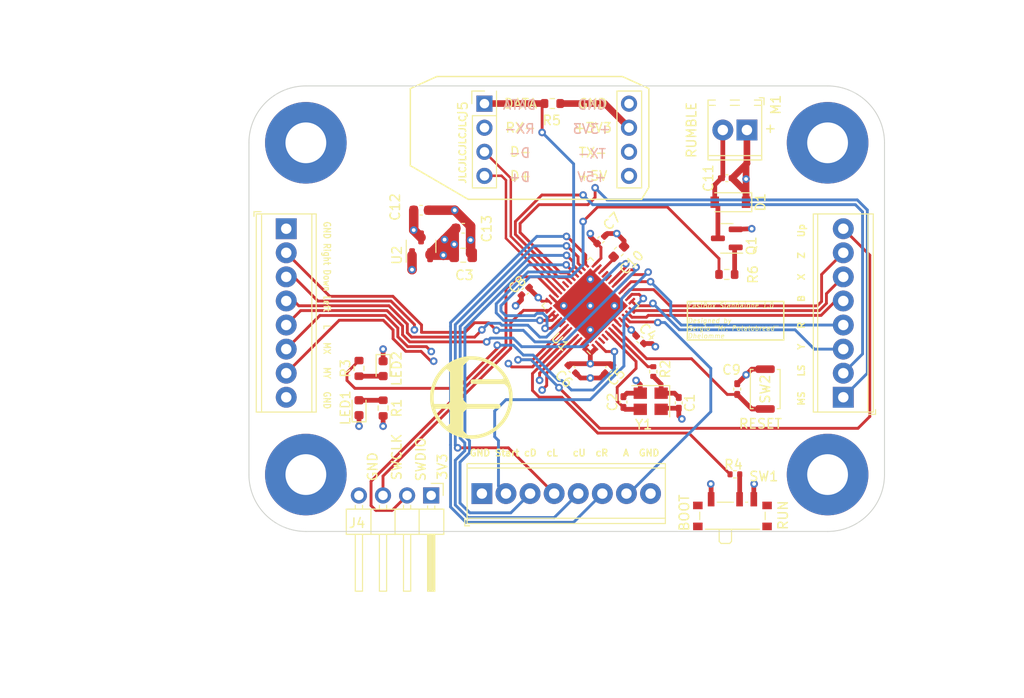
<source format=kicad_pcb>
(kicad_pcb (version 20211014) (generator pcbnew)
  (layers (0 "F.Cu" signal) (1 "In1.Cu" power) (2 "In2.Cu" power) (31 "B.Cu" signal) (34 "B.Paste" user) (35 "F.Paste" user) (36 "B.SilkS" user "B.Silkscreen") (37 "F.SilkS" user "F.Silkscreen") (38 "B.Mask" user) (39 "F.Mask" user) (44 "Edge.Cuts" user))
  (net 0 "")
  (net 1 "Net-(C1-Pad1)")
  (net 2 "GND")
  (net 3 "/OSC_IN")
  (net 4 "+3V3")
  (net 5 "/NRST")
  (net 6 "/VCAP1")
  (net 7 "+5V")
  (net 8 "Net-(C11-Pad2)")
  (net 9 "/SWDIO")
  (net 10 "/SWCLK")
  (net 11 "/RUMBLE")
  (net 12 "/LED")
  (net 13 "/PB2")
  (net 14 "/PB5")
  (net 15 "/PB10")
  (net 16 "/PC15")
  (net 17 "/D-")
  (net 18 "/D+")
  (net 19 "/BOOT0")
  (net 20 "/MY")
  (net 21 "/MX")
  (net 22 "/Right")
  (net 23 "/C-Down")
  (net 24 "/Down")
  (net 25 "/C-Left")
  (net 26 "/Left")
  (net 27 "/C-Right")
  (net 28 "/Up")
  (net 29 "/C-Up")
  (net 30 "/MS")
  (net 31 "/START")
  (net 32 "/LS")
  (net 33 "/Y")
  (net 34 "/Z")
  (net 35 "/X")
  (net 36 "/R")
  (net 37 "/B")
  (net 38 "/L")
  (net 39 "/A")
  (net 40 "Net-(LED1-Pad2)")
  (net 41 "Net-(LED2-Pad2)")
  (net 42 "Net-(Q1-Pad1)")
  (net 43 "/OSC_OUT")
  (net 44 "/DATA")
  (net 45 "/PC14")
  (net 46 "/PA10")
  (net 47 "Net-(R4-Pad1)")
  (net 48 "/RX-")
  (net 49 "/TX+")
  (footprint "Capacitor_SMD:C_0402_1005Metric_Pad0.74x0.62mm_HandSolder" (layer "F.Cu") (at 155.595283 116.438717 -135)
    (fp_text reference "C5")
    (fp_text value "100n")
  )
  (footprint "Resistor_SMD:R_0402_1005Metric" (layer "F.Cu") (at 160.3105 116.667 -90)
    (fp_text reference "R2")
    (fp_text value "47")
  )
  (footprint "Package_TO_SOT_SMD:SOT-23" (layer "F.Cu") (at 168.060001 102.616 180)
    (fp_text reference "Q1")
    (fp_text value "SS8050")
  )
  (footprint "Package_DFN_QFN:QFN-48-1EP_7x7mm_P0.5mm_EP5.6x5.6mm" (layer "F.Cu") (at 153.67 109.728 135)
    (fp_text reference "U1")
    (fp_text value "STM32F411CEU6")
  )
  (footprint "Capacitor_SMD:C_0402_1005Metric_Pad0.74x0.62mm_HandSolder" (layer "F.Cu") (at 169.1584 118.5154 90)
    (fp_text reference "C9")
    (fp_text value "100n")
  )
  (footprint "Capacitor_SMD:C_0402_1005Metric_Pad0.74x0.62mm_HandSolder" (layer "F.Cu") (at 146.812 108.204 -135)
    (fp_text reference "C8")
    (fp_text value "100n")
  )
  (footprint "Capacitor_SMD:C_0603_1608Metric" (layer "F.Cu") (at 156.677992 104.013 45)
    (fp_text reference "C10")
    (fp_text value "2u2 (low ESR)")
  )
  (footprint "LOGO" (layer "F.Cu") (at 141.1224 119.4308)
    (fp_text reference "G***" hide)
    (fp_text value "LOGO" hide)
  )
  (footprint "MountingHole:MountingHole_4.3mm_M4_Pad" (layer "F.Cu") (at 123.684001 92.535999)
    (fp_text reference locked "H1" hide)
    (fp_text value "Hole")
  )
  (footprint "Button_Switch_SMD:SW_Push_SPST_NO_Alps_SKRK" (layer "F.Cu") (at 172.1104 118.5164 90)
    (fp_text reference "SW2")
    (fp_text value "TS-1088-AR02016")
  )
  (footprint "Connector_PinHeader_2.54mm:PinHeader_1x04_P2.54mm_Horizontal" (layer "F.Cu") (at 136.896 129.737 -90)
    (fp_text reference "J4")
    (fp_text value "SERIAL")
  )
  (footprint "Capacitor_SMD:C_0402_1005Metric_Pad0.74x0.62mm_HandSolder" (layer "F.Cu") (at 157.164375 119.88337 90)
    (fp_text reference "C2")
    (fp_text value "12p")
  )
  (footprint "Resistor_SMD:R_0603_1608Metric" (layer "F.Cu") (at 129.286 116.332 90)
    (fp_text reference "R3")
    (fp_text value "1k")
  )
  (footprint "Resistor_SMD:R_0603_1608Metric" (layer "F.Cu") (at 149.669 88.392 180)
    (fp_text reference "R5")
    (fp_text value "220")
  )
  (footprint "Capacitor_SMD:C_0402_1005Metric_Pad0.74x0.62mm_HandSolder" (layer "F.Cu") (at 162.998 119.971 -90)
    (fp_text reference "C1")
    (fp_text value "12p")
  )
  (footprint "TerminalBlock_Phoenix:TerminalBlock_Phoenix_MPT-0,5-8-2.54_1x08_P2.54mm_Horizontal" (layer "F.Cu") (at 142.24 129.54)
    (fp_text reference "J3" hide)
    (fp_text value "Screw_Terminal_01x08")
  )
  (footprint "Capacitor_SMD:C_0402_1005Metric_Pad0.74x0.62mm_HandSolder" (layer "F.Cu") (at 154.792717 102.763283 45)
    (fp_text reference "C7")
    (fp_text value "100n")
  )
  (footprint "TerminalBlock_Phoenix:TerminalBlock_Phoenix_MPT-0,5-2-2.54_1x02_P2.54mm_Horizontal" (layer "F.Cu") (at 170.18 91.186 180)
    (fp_text reference "M1")
    (fp_text value "RUMBLE")
  )
  (footprint "Resistor_SMD:R_0603_1608Metric" (layer "F.Cu") (at 131.8285 120.5195 -90)
    (fp_text reference "R1")
    (fp_text value "1k")
  )
  (footprint "Capacitor_SMD:C_0402_1005Metric_Pad0.74x0.62mm_HandSolder" (layer "F.Cu") (at 151.744717 116.438717 -45)
    (fp_text reference "C6")
    (fp_text value "100n")
  )
  (footprint "Package_TO_SOT_SMD:SOT-23" (layer "F.Cu") (at 135.829 103.4565 90)
    (fp_text reference "U2")
    (fp_text value "XC6206P332MR")
  )
  (footprint "Capacitor_SMD:C_0402_1005Metric_Pad0.74x0.62mm_HandSolder" (layer "F.Cu") (at 168.060001 96.266 180)
    (fp_text reference "C11")
    (fp_text value "100n")
  )
  (footprint "Capacitor_SMD:C_0805_2012Metric" (layer "F.Cu") (at 140.274 104.394)
    (fp_text reference "C3")
    (fp_text value "4u7")
  )
  (footprint "Capacitor_SMD:C_0402_1005Metric_Pad0.74x0.62mm_HandSolder" (layer "F.Cu") (at 158.909411 113.307411 -45)
    (fp_text reference "C4")
    (fp_text value "100n")
  )
  (footprint "LED_SMD:LED_0603_1608Metric" (layer "F.Cu") (at 131.826 116.361 -90)
    (fp_text reference "LED2")
    (fp_text value "GREEN")
  )
  (footprint "LED_SMD:LED_0603_1608Metric" (layer "F.Cu") (at 129.2885 120.4845 90)
    (fp_text reference "LED1")
    (fp_text value "RED")
  )
  (footprint "Capacitor_SMD:C_0603_1608Metric" (layer "F.Cu") (at 140.274 101.5515)
    (fp_text reference "C13")
    (fp_text value "1u")
  )
  (footprint "MountingHole:MountingHole_4.3mm_M4_Pad" (layer "F.Cu") (at 178.684 127.535999)
    (fp_text reference "H4" hide)
    (fp_text value "Hole")
  )
  (footprint "MountingHole:MountingHole_4.3mm_M4_Pad" (layer "F.Cu") (at 123.684001 127.535999)
    (fp_text reference "H3" hide)
    (fp_text value "Hole")
  )
  (footprint "Diode_SMD:D_SOD-123" (layer "F.Cu") (at 168.440001 98.806 180)
    (fp_text reference "D1")
    (fp_text value "B5819W")
  )
  (footprint "TerminalBlock_Phoenix:TerminalBlock_Phoenix_MPT-0,5-8-2.54_1x08_P2.54mm_Horizontal" (layer "F.Cu") (at 180.34 119.38 90)
    (fp_text reference "J2" hide)
    (fp_text value "Screw_Terminal_01x08")
  )
  (footprint "Button_Switch_SMD:SW_SPDT_PCM12" (layer "F.Cu") (at 168.656 131.572)
    (fp_text reference "SW1")
    (fp_text value "MSK12C02-HB")
  )
  (footprint "Resistor_SMD:R_0402_1005Metric" (layer "F.Cu") (at 168.912 127.508)
    (fp_text reference "R4")
    (fp_text value "10k")
  )
  (footprint "Resistor_SMD:R_0603_1608Metric" (layer "F.Cu") (at 168.060001 106.426)
    (fp_text reference "R6")
    (fp_text value "220")
  )
  (footprint "Capacitor_SMD:C_0603_1608Metric" (layer "F.Cu") (at 135.829 99.6465)
    (fp_text reference "C12")
    (fp_text value "1u")
  )
  (footprint "MountingHole:MountingHole_4.3mm_M4_Pad" (layer "F.Cu") (at 178.684 92.535999)
    (fp_text reference locked "H2" hide)
    (fp_text value "Hole")
  )
  (footprint "Sergio_footprints:Dual_Port_Model_U" (layer "F.Cu") (at 150.130918 92.21494)
    (fp_text reference "J5")
    (fp_text value "Dual_Port_Model_U")
  )
  (footprint "TerminalBlock_Phoenix:TerminalBlock_Phoenix_MPT-0,5-8-2.54_1x08_P2.54mm_Horizontal" (layer "F.Cu") (at 121.6152 101.6 -90)
    (fp_text reference "J1" hide)
    (fp_text value "Screw_Terminal_01x08")
  )
  (footprint "Crystal:Crystal_SMD_3225-4Pin_3.2x2.5mm" (layer "F.Cu") (at 160.038 119.801 180)
    (fp_text reference "Y1")
    (fp_text value "25 MHz")
  )
  (gr_line (start 174.0662 113.3348) (end 163.9062 113.3348) (layer "F.SilkS") (width 0.15))
  (gr_line (start 163.9062 113.3348) (end 163.9062 109.2708) (layer "F.SilkS") (width 0.15))
  (gr_line (start 174.0662 109.2708) (end 174.0662 113.3348) (layer "F.SilkS") (width 0.15))
  (gr_line (start 163.9062 109.2708) (end 174.0662 109.2708) (layer "F.SilkS") (width 0.15))
  (gr_line (start 117.684001 92.535999) (end 117.684001 127.535999) (layer "Edge.Cuts") (width 0.1))
  (gr_arc (start 117.684001 92.535999) (mid 119.44136 88.293358) (end 123.684001 86.535999) (layer "Edge.Cuts") (width 0.1))
  (gr_line (start 178.684 133.535999) (end 123.684001 133.535999) (layer "Edge.Cuts") (width 0.1))
  (gr_arc (start 184.684 127.535999) (mid 182.926641 131.77864) (end 178.684 133.535999) (layer "Edge.Cuts") (width 0.1))
  (gr_arc (start 123.684001 133.535999) (mid 119.44136 131.77864) (end 117.684001 127.535999) (layer "Edge.Cuts") (width 0.1))
  (gr_line (start 184.684 92.535999) (end 184.684 127.535999) (layer "Edge.Cuts") (width 0.1))
  (gr_arc (start 178.684 86.535999) (mid 182.926641 88.293358) (end 184.684 92.535999) (layer "Edge.Cuts") (width 0.1))
  (gr_line (start 123.684001 86.535999) (end 178.684 86.535999) (layer "Edge.Cuts") (width 0.1))
  (gr_text "MS   LS   Y   R    B   X   Z   Up" (at 175.9204 120.3452 90) (layer "F.SilkS") (effects (font (size 0.7 0.7)) (justify left)))
  (gr_text "SWCLK\n" (at 133.259545 125.6792 90) (layer "F.SilkS") (effects (font (size 1 1))))
  (gr_text "GND Right Down Left   L   MX   MY   GND" (at 125.9078 100.7618 270) (layer "F.SilkS") (effects (font (size 0.7 0.6) (thickness 0.12)) (justify left)))
  (gr_text "JLCJLCJLCJLC" (at 140.208 93.218 90) (layer "F.SilkS") (effects (font (size 0.7 0.7))))
  (gr_text "SWDIO" (at 135.799545 125.9332 90) (layer "F.SilkS") (effects (font (size 1 1))))
  (gr_text "3V3" (at 138.0744 126.6952 90) (layer "F.SilkS") (effects (font (size 1 1))))
  (gr_text "+" (at 172.72 91.059 270) (layer "F.SilkS") (effects (font (size 1 1))))
  (gr_text "RUN" (at 173.99 131.826 90) (layer "F.SilkS") (effects (font (size 1 1))))
  (gr_text "BOOT" (at 163.576 131.572 90) (layer "F.SilkS") (effects (font (size 1 1))))
  (gr_text "RESET" (at 171.6024 122.174) (layer "F.SilkS") (effects (font (size 1 1))))
  (gr_text "GND" (at 130.719545 126.6952 90) (layer "F.SilkS") (effects (font (size 1 1))))
  (gr_text "GND Start cD  cL   cU  cR   A  GND" (at 140.8684 125.2474) (layer "F.SilkS") (effects (font (size 0.7 0.7)) (justify left)))
  (gr_text "RUMBLE" (at 164.338 91.186 90) (layer "F.SilkS") (effects (font (size 1 1))))
  (gr_text "FastBox Standalone 1.0\n\nDesigned by \nSergio {dblquote}Mr. Potatobread{dblquote} \nDhelomme\n" (at 163.9062 111.3028) (layer "F.SilkS") (effects (font (size 0.5 0.5) (thickness 0.075) italic) (justify left)))
  (segment (start 161.138 118.951) (end 162.5455 118.951) (width 0.5) (layer "F.Cu") (net 1))
  (segment (start 162.5455 118.951) (end 162.998 119.4035) (width 0.5) (layer "F.Cu") (net 1))
  (segment (start 161.138 118.951) (end 161.138 118.0045) (width 0.5) (layer "F.Cu") (net 1))
  (segment (start 161.138 118.0045) (end 160.3105 117.177) (width 0.5) (layer "F.Cu") (net 1))
  (segment (start 153.67 112.268) (end 153.67 112.909981) (width 0.3) (layer "F.Cu") (net 2))
  (segment (start 146.410717 109.113283) (end 146.410717 108.605283) (width 0.5) (layer "F.Cu") (net 2))
  (segment (start 153.67 109.728) (end 150.876 109.728) (width 0.3) (layer "F.Cu") (net 2))
  (segment (start 153.67 106.934) (end 153.67 106.546019) (width 0.3) (layer "F.Cu") (net 2))
  (segment (start 155.448 102.108) (end 155.194 102.362) (width 0.5) (layer "F.Cu") (net 2))
  (segment (start 157.226 102.87) (end 157.226 103.464992) (width 0.5) (layer "F.Cu") (net 2))
  (segment (start 134.879 104.394) (end 134.879 105.913) (width 1) (layer "F.Cu") (net 2))
  (segment (start 134.879 105.913) (end 134.874 105.918) (width 1) (layer "F.Cu") (net 2))
  (segment (start 170.906 128.56) (end 170.942 128.524) (width 0.5) (layer "F.Cu") (net 2))
  (segment (start 158.938 118.951) (end 158.938 118.044) (width 0.5) (layer "F.Cu") (net 2))
  (segment (start 154.686 117.348) (end 155.194 116.84) (width 0.5) (layer "F.Cu") (net 2))
  (segment (start 153.67 109.728) (end 153.67 106.934) (width 0.3) (layer "F.Cu") (net 2))
  (segment (start 170.6899 116.4164) (end 170.09615 117.01015) (width 0.5) (layer "F.Cu") (net 2))
  (segment (start 154.766695 109.728) (end 156.504348 111.465653) (width 0.3) (layer "F.Cu") (net 2))
  (segment (start 157.529245 118.951) (end 157.164375 119.31587) (width 0.5) (layer "F.Cu") (net 2))
  (segment (start 170.906 129.921) (end 170.906 128.56) (width 0.5) (layer "F.Cu") (net 2))
  (segment (start 153.67 112.909981) (end 152.830311 113.74967) (width 0.3) (layer "F.Cu") (net 2))
  (segment (start 141.049 101.5515) (end 141.049 102.791) (width 1) (layer "F.Cu") (net 2))
  (segment (start 158.938 118.951) (end 157.529245 118.951) (width 0.5) (layer "F.Cu") (net 2))
  (segment (start 153.67 109.728) (end 153.67 112.268) (width 0.3) (layer "F.Cu") (net 2))
  (segment (start 139.376468 99.6465) (end 141.049 101.319032) (width 1) (layer "F.Cu") (net 2))
  (segment (start 162.998 120.5385) (end 161.2505 120.5385) (width 0.5) (layer "F.Cu") (net 2))
  (segment (start 150.488019 109.728) (end 149.64833 108.888311) (width 0.3) (layer "F.Cu") (net 2))
  (segment (start 153.67 109.728) (end 154.766695 109.728) (width 0.3) (layer "F.Cu") (net 2))
  (segment (start 163.322 121.666) (end 162.998 121.342) (width 0.5) (layer "F.Cu") (net 2))
  (segment (start 152.654 117.348) (end 153.67 117.348) (width 0.5) (layer "F.Cu") (net 2))
  (segment (start 145.796 109.728) (end 146.410717 109.113283) (width 0.5) (layer "F.Cu") (net 2))
  (segment (start 152.146 116.84) (end 152.654 117.348) (width 0.5) (layer "F.Cu") (net 2))
  (segment (start 168.997501 101.666) (end 170.688 101.6) (width 0.5) (layer "F.Cu") (net 2))
  (segment (start 153.67 117.348) (end 154.686 117.348) (width 0.5) (layer "F.Cu") (net 2))
  (segment (start 156.464 102.108) (end 157.226 102.87) (width 0.5) (layer "F.Cu") (net 2))
  (segment (start 172.1104 116.4164) (end 170.6899 116.4164) (width 0.5) (layer "F.Cu") (net 2))
  (segment (start 162.998 121.342) (end 162.998 120.5385) (width 0.5) (layer "F.Cu") (net 2))
  (segment (start 170.09615 117.01015) (end 169.1584 117.9479) (width 0.5) (layer "F.Cu") (net 2))
  (segment (start 129.2885 121.272) (end 129.2885 122.4255) (width 0.5) (layer "F.Cu") (net 2))
  (segment (start 141.049 102.791) (end 141.049 104.219) (width 1) (layer "F.Cu") (net 2))
  (segment (start 131.826 115.5735) (end 131.826 114.3) (width 0.5) (layer "F.Cu") (net 2))
  (segment (start 158.938 118.044) (end 158.496 117.602) (width 0.5) (layer "F.Cu") (net 2))
  (segment (start 160.528 114.046) (end 160.190694 113.708694) (width 0.5) (layer "F.Cu") (net 2))
  (segment (start 160.190694 113.708694) (end 159.310694 113.708694) (width 0.5) (layer "F.Cu") (net 2))
  (segment (start 156.464 102.108) (end 155.448 102.108) (width 0.5) (layer "F.Cu") (net 2))
  (segment (start 136.604 99.6465) (end 139.376468 99.6465) (width 1) (layer "F.Cu") (net 2))
  (segment (start 141.049 104.219) (end 141.224 104.394) (width 1) (layer "F.Cu") (net 2))
  (segment (start 161.2505 120.5385) (end 161.138 120.651) (width 0.5) (layer "F.Cu") (net 2))
  (segment (start 150.876 109.728) (end 150.488019 109.728) (width 0.3) (layer "F.Cu") (net 2))
  (segment (start 153.67 106.546019) (end 154.509689 105.70633) (width 0.3) (layer "F.Cu") (net 2))
  (segment (start 141.049 101.319032) (end 141.049 101.5515) (width 1) (layer "F.Cu") (net 2))
  (via (at 160.528 114.046) (size 0.8) (drill 0.4) (layers "F.Cu" "B.Cu") (net 2))
  (via (at 158.496 117.602) (size 0.8) (drill 0.4) (layers "F.Cu" "B.Cu") (net 2))
  (via (at 145.796 109.728) (size 0.8) (drill 0.4) (layers "F.Cu" "B.Cu") (net 2))
  (via (at 129.2885 122.4255) (size 0.8) (drill 0.4) (layers "F.Cu" "B.Cu") (net 2))
  (via (at 163.322 121.666) (size 0.8) (drill 0.4) (layers "F.Cu" "B.Cu") (net 2))
  (via (at 156.464 102.108) (size 0.8) (drill 0.4) (layers "F.Cu" "B.Cu") (net 2))
  (via (at 156.21 109.728) (size 0.8) (drill 0.4) (layers "F.Cu" "B.Cu") (net 2))
  (via (at 170.09615 117.01015) (size 0.8) (drill 0.4) (layers "F.Cu" "B.Cu") (net 2))
  (via (at 153.67 117.348) (size 0.8) (drill 0.4) (layers "F.Cu" "B.Cu") (net 2))
  (via (at 153.67 106.934) (size 0.8) (drill 0.4) (layers "F.Cu" "B.Cu") (net 2))
  (via (at 153.67 109.728) (size 0.8) (drill 0.4) (layers "F.Cu" "B.Cu") (net 2))
  (via (at 134.874 105.918) (size 0.8) (drill 0.4) (layers "F.Cu" "B.Cu") (net 2))
  (via (at 150.876 109.728) (size 0.8) (drill 0.4) (layers "F.Cu" "B.Cu") (net 2))
  (via (at 170.942 128.524) (size 0.8) (drill 0.4) (layers "F.Cu" "B.Cu") (net 2))
  (via (at 139.376468 99.6465) (size 0.8) (drill 0.4) (layers "F.Cu" "B.Cu") (net 2))
  (via (at 170.688 101.6) (size 0.8) (drill 0.4) (layers "F.Cu" "B.Cu") (net 2))
  (via (at 131.826 114.3) (size 0.8) (drill 0.4) (layers "F.Cu" "B.Cu") (net 2))
  (via (at 141.049 102.791) (size 0.8) (drill 0.4) (layers "F.Cu" "B.Cu") (net 2))
  (via (at 153.67 112.268) (size 0.8) (drill 0.4) (layers "F.Cu" "B.Cu") (net 2))
  (segment (start 158.496 116.332) (end 156.504855 118.323145) (width 0.3) (layer "F.Cu") (net 3))
  (segment (start 156.504855 119.79135) (end 157.164375 120.45087) (width 0.3) (layer "F.Cu") (net 3))
  (segment (start 156.504855 118.323145) (end 156.504855 119.79135) (width 0.3) (layer "F.Cu") (net 3))
  (segment (start 155.570349 112.68833) (end 158.496 115.61398) (width 0.3) (layer "F.Cu") (net 3))
  (segment (start 157.364505 120.651) (end 157.164375 120.45087) (width 0.5) (layer "F.Cu") (net 3))
  (segment (start 158.496 115.61398) (end 158.496 116.332) (width 0.3) (layer "F.Cu") (net 3))
  (segment (start 155.570349 112.68901) (end 155.570349 112.68833) (width 0.3) (layer "F.Cu") (net 3))
  (segment (start 158.938 120.651) (end 157.364505 120.651) (width 0.5) (layer "F.Cu") (net 3))
  (segment (start 154.792717 103.565849) (end 154.391434 103.164566) (width 0.3) (layer "F.Cu") (net 4))
  (segment (start 139.324 104.394) (end 138.176 104.394) (width 1) (layer "F.Cu") (net 4))
  (segment (start 136.779 104.2715) (end 138.30525 102.74525) (width 1) (layer "F.Cu") (net 4))
  (segment (start 158.508128 112.906128) (end 158.508128 112.798362) (width 0.5) (layer "F.Cu") (net 4))
  (segment (start 136.779 104.394) (end 136.779 104.2715) (width 1) (layer "F.Cu") (net 4))
  (segment (start 138.30525 104.26475) (end 138.176 104.394) (width 1) (layer "F.Cu") (net 4))
  (segment (start 157.982883 112.273117) (end 156.984563 111.274796) (width 0.3) (layer "F.Cu") (net 4))
  (segment (start 153.67 115.840497) (end 153.67 114.808) (width 0.5) (layer "F.Cu") (net 4))
  (segment (start 153.67 102.443132) (end 154.391434 103.164566) (width 0.5) (layer "F.Cu") (net 4))
  (segment (start 154.792717 104.716196) (end 154.792717 103.565849) (width 0.3) (layer "F.Cu") (net 4))
  (segment (start 153.67 115.840497) (end 155.799629 115.840497) (width 0.5) (layer "F.Cu") (net 4))
  (segment (start 139.324 101.7265) (end 139.499 101.5515) (width 1) (layer "F.Cu") (net 4))
  (segment (start 139.324 103.246) (end 138.806 103.246) (width 1) (layer "F.Cu") (net 4))
  (segment (start 131.8285 121.3445) (end 131.8285 122.4255) (width 0.5) (layer "F.Cu") (net 4))
  (segment (start 138.30525 102.74525) (end 138.30525 104.26475) (width 1) (layer "F.Cu") (net 4))
  (segment (start 149.294777 109.241864) (end 148.562019 109.241864) (width 0.3) (layer "F.Cu") (net 4))
  (segment (start 148.562019 109.241864) (end 148.184078 108.863922) (width 0.3) (layer "F.Cu") (net 4))
  (segment (start 147.213283 107.893127) (end 148.184078 108.863922) (width 0.5) (layer "F.Cu") (net 4))
  (segment (start 139.324 104.394) (end 139.324 103.246) (width 1) (layer "F.Cu") (net 4))
  (segment (start 153.67 114.808) (end 153.162 114.3) (width 0.5) (layer "F.Cu") (net 4))
  (segment (start 153.67 115.840497) (end 151.540371 115.840497) (width 0.5) (layer "F.Cu") (net 4))
  (segment (start 139.324 103.246) (end 139.324 101.7265) (width 1) (layer "F.Cu") (net 4))
  (segment (start 138.176 104.394) (end 139.324 103.246) (width 1) (layer "F.Cu") (net 4))
  (segment (start 147.213283 107.802717) (end 147.213283 107.893127) (width 0.5) (layer "F.Cu") (net 4))
  (segment (start 136.779 104.394) (end 138.176 104.394) (width 1) (layer "F.Cu") (net 4))
  (segment (start 150.494 88.392) (end 155.194 88.392) (width 0.7) (layer "F.Cu") (net 4))
  (segment (start 158.508128 112.798362) (end 157.982883 112.273117) (width 0.5) (layer "F.Cu") (net 4))
  (segment (start 153.67 102.108) (end 153.67 102.443132) (width 0.5) (layer "F.Cu") (net 4))
  (segment (start 166.406 129.921) (end 166.406 128.56) (width 0.5) (layer "F.Cu") (net 4))
  (segment (start 151.540371 115.840497) (end 151.343434 116.037434) (width 0.5) (layer "F.Cu") (net 4))
  (segment (start 138.30525 102.74525) (end 139.499 101.5515) (width 1) (layer "F.Cu") (net 4))
  (segment (start 155.799629 115.840497) (end 155.996566 116.037434) (width 0.5) (layer "F.Cu") (net 4))
  (segment (start 153.67 114.808) (end 154.156136 114.321864) (width 0.5) (layer "F.Cu") (net 4))
  (segment (start 155.194 88.392) (end 157.734 90.932) (width 0.7) (layer "F.Cu") (net 4))
  (segment (start 138.806 103.246) (end 138.30525 102.74525) (width 1) (layer "F.Cu") (net 4))
  (segment (start 166.406 128.56) (end 166.37 128.524) (width 0.5) (layer "F.Cu") (net 4))
  (segment (start 154.156136 105.352777) (end 154.792717 104.716196) (width 0.3) (layer "F.Cu") (net 4))
  (segment (start 131.8285 122.4255) (end 131.826 122.428) (width 0.5) (layer "F.Cu") (net 4))
  (via (at 153.67 102.108) (size 0.8) (drill 0.4) (layers "F.Cu" "B.Cu") (net 4))
  (via (at 148.184078 108.863922) (size 0.8) (drill 0.4) (layers "F.Cu" "B.Cu") (net 4))
  (via (at 138.30525 102.74525) (size 0.8) (drill 0.4) (layers "F.Cu" "B.Cu") (net 4))
  (via (at 139.324 103.246) (size 0.8) (drill 0.4) (layers "F.Cu" "B.Cu") (net 4))
  (via (at 131.826 122.428) (size 0.8) (drill 0.4) (layers "F.Cu" "B.Cu") (net 4))
  (via (at 138.176 104.394) (size 0.8) (drill 0.4) (layers "F.Cu" "B.Cu") (net 4))
  (via (at 166.37 128.524) (size 0.8) (drill 0.4) (layers "F.Cu" "B.Cu") (net 4))
  (via (at 153.67 115.840497) (size 0.8) (drill 0.4) (layers "F.Cu" "B.Cu") (net 4))
  (via (at 157.982883 112.273117) (size 0.8) (drill 0.4) (layers "F.Cu" "B.Cu") (net 4))
  (segment (start 164.338 115.316) (end 168.1049 119.0829) (width 0.3) (layer "F.Cu") (net 5))
  (segment (start 159.611553 115.316) (end 164.338 115.316) (width 0.3) (layer "F.Cu") (net 5))
  (segment (start 172.1104 120.6164) (end 170.6919 120.6164) (width 0.5) (layer "F.Cu") (net 5))
  (segment (start 168.1049 119.0829) (end 169.1584 119.0829) (width 0.3) (layer "F.Cu") (net 5))
  (segment (start 156.277456 111.981903) (end 159.611553 115.316) (width 0.3) (layer "F.Cu") (net 5))
  (segment (start 170.6919 120.6164) (end 169.1584 119.0829) (width 0.5) (layer "F.Cu") (net 5))
  (segment (start 156.129984 104.793143) (end 154.863243 106.059884) (width 0.3) (layer "F.Cu") (net 6))
  (segment (start 156.129984 104.561008) (end 156.129984 104.793143) (width 0.3) (layer "F.Cu") (net 6))
  (segment (start 170.18 94.713501) (end 168.627501 96.266) (width 0.7) (layer "F.Cu") (net 7))
  (segment (start 170.18 94.713501) (end 170.090001 94.8035) (width 0.7) (layer "F.Cu") (net 7))
  (segment (start 170.090001 94.8035) (end 170.090001 96.355999) (width 0.7) (layer "F.Cu") (net 7))
  (segment (start 170.18 91.186) (end 170.18 94.713501) (width 0.7) (layer "F.Cu") (net 7))
  (segment (start 170.090001 98.806) (end 170.090001 97.7285) (width 0.7) (layer "F.Cu") (net 7))
  (segment (start 135.054 99.6465) (end 135.054 101.744) (width 1) (layer "F.Cu") (net 7))
  (segment (start 135.054 101.744) (end 135.829 102.519) (width 1) (layer "F.Cu") (net 7))
  (segment (start 170.090001 96.355999) (end 170.090001 98.806) (width 0.7) (layer "F.Cu") (net 7))
  (segment (start 170.090001 97.7285) (end 168.627501 96.266) (width 0.7) (layer "F.Cu") (net 7))
  (via (at 170.090001 96.355999) (size 0.8) (drill 0.4) (layers "F.Cu" "B.Cu") (net 7))
  (via (at 135.054 101.744) (size 0.8) (drill 0.4) (layers "F.Cu" "B.Cu") (net 7))
  (segment (start 166.790001 98.806) (end 166.790001 96.9685) (width 0.5) (layer "F.Cu") (net 8))
  (segment (start 167.122501 102.616) (end 167.122501 99.1385) (width 0.5) (layer "F.Cu") (net 8))
  (segment (start 167.122501 99.1385) (end 166.790001 98.806) (width 0.5) (layer "F.Cu") (net 8))
  (segment (start 166.790001 96.9685) (end 167.492501 96.266) (width 0.5) (layer "F.Cu") (net 8))
  (segment (start 167.492501 96.266) (end 167.64 96.118501) (width 0.5) (layer "F.Cu") (net 8))
  (segment (start 167.64 96.118501) (end 167.64 91.186) (width 0.5) (layer "F.Cu") (net 8))
  (segment (start 144.78 114.022485) (end 130.556 128.246485) (width 0.3) (layer "F.Cu") (net 9))
  (segment (start 130.556 130.81) (end 131.064 131.318) (width 0.3) (layer "F.Cu") (net 9))
  (segment (start 148.147127 106.68) (end 146.05 106.68) (width 0.3) (layer "F.Cu") (net 9))
  (segment (start 150.001884 108.534757) (end 148.147127 106.68) (width 0.3) (layer "F.Cu") (net 9))
  (segment (start 132.775 131.318) (end 134.356 129.737) (width 0.3) (layer "F.Cu") (net 9))
  (segment (start 131.064 131.318) (end 132.775 131.318) (width 0.3) (layer "F.Cu") (net 9))
  (segment (start 144.78 107.95) (end 144.78 114.022485) (width 0.3) (layer "F.Cu") (net 9))
  (segment (start 146.05 106.68) (end 144.78 107.95) (width 0.3) (layer "F.Cu") (net 9))
  (segment (start 130.556 128.246485) (end 130.556 130.81) (width 0.3) (layer "F.Cu") (net 9))
  (segment (start 146.623834 110.214136) (end 146.360459 110.477511) (width 0.3) (layer "F.Cu") (net 10))
  (segment (start 146.316489 110.477511) (end 145.27952 111.51448) (width 0.3) (layer "F.Cu") (net 10))
  (segment (start 145.27952 111.51448) (end 145.27952 114.229392) (width 0.3) (layer "F.Cu") (net 10))
  (segment (start 145.27952 114.229392) (end 131.816 127.692912) (width 0.3) (layer "F.Cu") (net 10))
  (segment (start 149.294777 110.214136) (end 146.623834 110.214136) (width 0.3) (layer "F.Cu") (net 10))
  (segment (start 131.816 127.692912) (end 131.816 129.737) (width 0.3) (layer "F.Cu") (net 10))
  (segment (start 146.360459 110.477511) (end 146.316489 110.477511) (width 0.3) (layer "F.Cu") (net 10))
  (segment (start 149.517641 112.112592) (end 148.901788 112.112592) (width 0.3) (layer "F.Cu") (net 11))
  (segment (start 161.798 99.314) (end 167.235001 104.751001) (width 0.3) (layer "F.Cu") (net 11))
  (segment (start 154.432 99.314) (end 161.798 99.314) (width 0.3) (layer "F.Cu") (net 11))
  (segment (start 167.235001 104.751001) (end 167.235001 106.426) (width 0.3) (layer "F.Cu") (net 11))
  (segment (start 152.908 100.838) (end 154.432 99.314) (width 0.3) (layer "F.Cu") (net 11))
  (segment (start 149.517641 112.112592) (end 150.355437 111.274796) (width 0.3) (layer "F.Cu") (net 11))
  (via (at 148.901788 112.112592) (size 0.8) (drill 0.4) (layers "F.Cu" "B.Cu") (net 11))
  (via (at 152.908 100.838) (size 0.8) (drill 0.4) (layers "F.Cu" "B.Cu") (net 11))
  (segment (start 148.668436 110.524466) (end 149.107488 110.963518) (width 0.3) (layer "B.Cu") (net 11))
  (segment (start 144.25103 110.270602) (end 144.754885 110.774457) (width 0.3) (layer "B.Cu") (net 11))
  (segment (start 152.908 105.398398) (end 151.647368 106.65903) (width 0.3) (layer "B.Cu") (net 11))
  (segment (start 149.107488 110.963518) (end 149.107488 111.906892) (width 0.3) (layer "B.Cu") (net 11))
  (segment (start 151.647368 106.65903) (end 147.317109 106.659031) (width 0.3) (layer "B.Cu") (net 11))
  (segment (start 147.317109 106.659031) (end 144.25103 109.72511) (width 0.3) (layer "B.Cu") (net 11))
  (segment (start 144.25103 109.72511) (end 144.25103 110.270602) (width 0.3) (layer "B.Cu") (net 11))
  (segment (start 147.797527 110.774457) (end 148.047518 110.524466) (width 0.3) (layer "B.Cu") (net 11))
  (segment (start 149.107488 111.906892) (end 148.901788 112.112592) (width 0.3) (layer "B.Cu") (net 11))
  (segment (start 148.047518 110.524466) (end 148.668436 110.524466) (width 0.3) (layer "B.Cu") (net 11))
  (segment (start 152.908 100.838) (end 152.908 105.398398) (width 0.3) (layer "B.Cu") (net 11))
  (segment (start 144.754885 110.774457) (end 147.797527 110.774457) (width 0.3) (layer "B.Cu") (net 11))
  (segment (start 128.016 117.602) (end 128.016 116.777) (width 0.3) (layer "F.Cu") (net 12))
  (segment (start 128.8542 118.4402) (end 128.016 117.602) (width 0.3) (layer "F.Cu") (net 12))
  (segment (start 155.314019 114.554) (end 154.509689 113.74967) (width 0.3) (layer "F.Cu") (net 12))
  (segment (start 143.857265 114.238792) (end 139.655857 118.4402) (width 0.3) (layer "F.Cu") (net 12))
  (segment (start 128.016 116.777) (end 129.286 115.507) (width 0.3) (layer "F.Cu") (net 12))
  (segment (start 156.21 114.554) (end 155.314019 114.554) (width 0.3) (layer "F.Cu") (net 12))
  (segment (start 139.655857 118.4402) (end 128.8542 118.4402) (width 0.3) (layer "F.Cu") (net 12))
  (segment (start 143.857265 113.885266) (end 143.857265 114.238792) (width 0.3) (layer "F.Cu") (net 12))
  (via (at 156.21 114.554) (size 0.8) (drill 0.4) (layers "F.Cu" "B.Cu") (net 12))
  (via (at 143.857265 113.885266) (size 0.8) (drill 0.4) (layers "F.Cu" "B.Cu") (net 12))
  (segment (start 156.21 116.387572) (end 153.983581 118.613991) (width 0.3) (layer "B.Cu") (net 12))
  (segment (start 156.21 114.554) (end 156.21 116.387572) (width 0.3) (layer "B.Cu") (net 12))
  (segment (start 150.324917 117.614489) (end 147.63896 114.928532) (width 0.3) (layer "B.Cu") (net 12))
  (segment (start 150.678459 117.614489) (end 150.324917 117.614489) (width 0.3) (layer "B.Cu") (net 12))
  (segment (start 151.677961 118.613991) (end 150.678459 117.614489) (width 0.3) (layer "B.Cu") (net 12))
  (segment (start 145.567185 113.885266) (end 143.857265 113.885266) (width 0.3) (layer "B.Cu") (net 12))
  (segment (start 146.61045 114.928531) (end 145.567185 113.885266) (width 0.3) (layer "B.Cu") (net 12))
  (segment (start 147.63896 114.928532) (end 146.61045 114.928531) (width 0.3) (layer "B.Cu") (net 12))
  (segment (start 153.983581 118.613991) (end 151.677961 118.613991) (width 0.3) (layer "B.Cu") (net 12))
  (segment (start 150.70899 107.819793) (end 145.289556 102.400359) (width 0.261112) (layer "F.Cu") (net 17))
  (segment (start 145.289556 96.267556) (end 142.494 93.472) (width 0.261112) (layer "F.Cu") (net 17))
  (segment (start 145.289556 102.400359) (end 145.289556 96.267556) (width 0.261112) (layer "F.Cu") (net 17))
  (segment (start 150.70899 107.827651) (end 150.70899 107.819793) (width 0.261112) (layer "F.Cu") (net 17))
  (segment (start 144.778444 102.612069) (end 144.778444 96.479266) (width 0.261112) (layer "F.Cu") (net 18))
  (segment (start 150.347579 108.181204) (end 144.778444 102.612069) (width 0.261112) (layer "F.Cu") (net 18))
  (segment (start 150.355437 108.181204) (end 150.347579 108.181204) (width 0.261112) (layer "F.Cu") (net 18))
  (segment (start 144.311178 96.012) (end 142.494 96.012) (width 0.261112) (layer "F.Cu") (net 18))
  (segment (start 144.778444 96.479266) (end 144.311178 96.012) (width 0.261112) (layer "F.Cu") (net 18))
  (segment (start 169.418 127.545) (end 169.418 129.909) (width 0.5) (layer "F.Cu") (net 19))
  (segment (start 169.418 129.909) (end 169.406 129.921) (width 0.5) (layer "F.Cu") (net 19))
  (segment (start 132.87993 113.199183) (end 132.87993 112.28207) (width 0.3) (layer "F.Cu") (net 20))
  (segment (start 149.07256 116.800313) (end 152.476757 113.396116) (width 0.3) (layer "F.Cu") (net 20))
  (segment (start 137.16 115.57) (end 136.86203 115.57) (width 0.3) (layer "F.Cu") (net 20))
  (segment (start 127.2032 111.252) (end 121.6152 116.84) (width 0.3) (layer "F.Cu") (net 20))
  (segment (start 131.84986 111.252) (end 127.2032 111.252) (width 0.3) (layer "F.Cu") (net 20))
  (segment (start 149.07256 118.13544) (end 149.07256 116.800313) (width 0.3) (layer "F.Cu") (net 20))
  (segment (start 134.217785 114.537038) (end 132.87993 113.199183) (width 0.3) (layer "F.Cu") (net 20))
  (segment (start 136.86203 115.57) (end 135.82907 114.53704) (width 0.3) (layer "F.Cu") (net 20))
  (segment (start 148.59 118.618) (end 149.07256 118.13544) (width 0.3) (layer "F.Cu") (net 20))
  (segment (start 132.87993 112.28207) (end 131.84986 111.252) (width 0.3) (layer "F.Cu") (net 20))
  (segment (start 135.82907 114.53704) (end 134.217785 114.537038) (width 0.3) (layer "F.Cu") (net 20))
  (via (at 148.59 118.618) (size 0.8) (drill 0.4) (layers "F.Cu" "B.Cu") (net 20))
  (via (at 137.16 115.57) (size 0.8) (drill 0.4) (layers "F.Cu" "B.Cu") (net 20))
  (segment (start 148.32306 117.587556) (end 148.32306 116.842707) (width 0.3) (layer "F.Cu") (net 21))
  (segment (start 136.38952 114.03752) (end 134.424694 114.037519) (width 0.3) (layer "F.Cu") (net 21))
  (segment (start 125.16272 110.75248) (end 121.6152 114.3) (width 0.3) (layer "F.Cu") (net 21))
  (segment (start 148.32306 116.842707) (end 152.123204 113.042563) (width 0.3) (layer "F.Cu") (net 21))
  (segment (start 133.379449 112.992273) (end 133.379449 112.075161) (width 0.3) (layer "F.Cu") (net 21))
  (segment (start 121.6152 113.5888) (end 121.6152 114.3) (width 0.3) (layer "F.Cu") (net 21))
  (segment (start 134.424694 114.037519) (end 133.379449 112.992273) (width 0.3) (layer "F.Cu") (net 21))
  (segment (start 136.906 114.554) (end 136.38952 114.03752) (width 0.3) (layer "F.Cu") (net 21))
  (segment (start 133.379449 112.075161) (end 132.056767 110.75248) (width 0.3) (layer "F.Cu") (net 21))
  (segment (start 132.056767 110.75248) (end 125.16272 110.75248) (width 0.3) (layer "F.Cu") (net 21))
  (via (at 136.906 114.554) (size 0.8) (drill 0.4) (layers "F.Cu" "B.Cu") (net 21))
  (via (at 148.32306 117.587556) (size 0.8) (drill 0.4) (layers "F.Cu" "B.Cu") (net 21))
  (segment (start 135.877511 111.747512) (end 132.858958 108.72896) (width 0.3) (layer "F.Cu") (net 22))
  (segment (start 157.812583 105.93897) (end 156.277456 107.474097) (width 0.3) (layer "F.Cu") (net 22))
  (segment (start 126.20416 108.72896) (end 121.6152 104.14) (width 0.3) (layer "F.Cu") (net 22))
  (segment (start 142.96137 111.518489) (end 141.473991 111.518489) (width 0.3) (layer "F.Cu") (net 22))
  (segment (start 132.858958 108.72896) (end 126.20416 108.72896) (width 0.3) (layer "F.Cu") (net 22))
  (segment (start 141.473991 111.518489) (end 140.462 112.53048) (width 0.3) (layer "F.Cu") (net 22))
  (segment (start 158.496 105.664) (end 158.22103 105.93897) (width 0.3) (layer "F.Cu") (net 22))
  (segment (start 140.462 112.53048) (end 135.877511 112.53048) (width 0.3) (layer "F.Cu") (net 22))
  (segment (start 143.764 112.321119) (end 142.96137 111.518489) (width 0.3) (layer "F.Cu") (net 22))
  (segment (start 135.877511 112.53048) (end 135.877511 111.747512) (width 0.3) (layer "F.Cu") (net 22))
  (segment (start 158.22103 105.93897) (end 157.812583 105.93897) (width 0.3) (layer "F.Cu") (net 22))
  (via (at 143.764 112.321119) (size 0.8) (drill 0.4) (layers "F.Cu" "B.Cu") (net 22))
  (via (at 158.496 105.664) (size 0.8) (drill 0.4) (layers "F.Cu" "B.Cu") (net 22))
  (segment (start 150.91997 113.538) (end 158.496 105.96197) (width 0.3) (layer "B.Cu") (net 22))
  (segment (start 143.764 112.321119) (end 146.611119 112.321119) (width 0.3) (layer "B.Cu") (net 22))
  (segment (start 158.496 105.96197) (end 158.496 105.664) (width 0.3) (layer "B.Cu") (net 22))
  (segment (start 147.828 113.538) (end 150.91997 113.538) (width 0.3) (layer "B.Cu") (net 22))
  (segment (start 146.611119 112.321119) (end 147.828 113.538) (width 0.3) (layer "B.Cu") (net 22))
  (segment (start 152.123204 106.413437) (end 152.123204 106.403204) (width 0.3) (layer "F.Cu") (net 23))
  (segment (start 152.123204 106.403204) (end 151.13 105.41) (width 0.3) (layer "F.Cu") (net 23))
  (via (at 151.13 105.41) (size 0.8) (drill 0.4) (layers "F.Cu" "B.Cu") (net 23))
  (segment (start 139.937029 130.539029) (end 140.97 131.572) (width 0.3) (layer "B.Cu") (net 23))
  (segment (start 142.504062 110.059225) (end 142.504059 110.059225) (width 0.3) (layer "B.Cu") (net 23))
  (segment (start 145.288 131.572) (end 147.32 129.54) (width 0.3) (layer "B.Cu") (net 23))
  (segment (start 147.153284 105.41) (end 143.089284 109.474) (width 0.3) (layer "B.Cu") (net 23))
  (segment (start 143.089284 109.474) (end 142.504062 110.059225) (width 0.3) (layer "B.Cu") (net 23))
  (segment (start 142.504059 110.059225) (end 140.45352 112.109764) (width 0.3) (layer "B.Cu") (net 23))
  (segment (start 140.45352 123.491092) (end 140.936531 123.974104) (width 0.3) (layer "B.Cu") (net 23))
  (segment (start 140.97 131.572) (end 145.288 131.572) (width 0.3) (layer "B.Cu") (net 23))
  (segment (start 139.937029 126.230868) (end 139.937029 130.539029) (width 0.3) (layer "B.Cu") (net 23))
  (segment (start 140.936531 123.974104) (end 140.936531 125.231366) (width 0.3) (layer "B.Cu") (net 23))
  (segment (start 140.936531 125.231366) (end 139.937029 126.230868) (width 0.3) (layer "B.Cu") (net 23))
  (segment (start 151.13 105.41) (end 147.153284 105.41) (width 0.3) (layer "B.Cu") (net 23))
  (segment (start 140.45352 112.109764) (end 140.45352 123.491092) (width 0.3) (layer "B.Cu") (net 23))
  (segment (start 124.955851 109.228479) (end 122.407372 106.68) (width 0.3) (layer "F.Cu") (net 24))
  (segment (start 135.128 112.268) (end 135.128 111.704428) (width 0.3) (layer "F.Cu") (net 24))
  (segment (start 147.574002 116.177551) (end 145.387551 116.177551) (width 0.3) (layer "F.Cu") (net 24))
  (segment (start 135.128 111.704428) (end 132.652051 109.22848) (width 0.3) (layer "F.Cu") (net 24))
  (segment (start 151.416097 112.335456) (end 147.574002 116.177551) (width 0.3) (layer "F.Cu") (net 24))
  (segment (start 145.387551 116.177551) (end 145.034 115.824) (width 0.3) (layer "F.Cu") (net 24))
  (segment (start 122.407372 106.68) (end 121.6152 106.68) (width 0.3) (layer "F.Cu") (net 24))
  (segment (start 132.652051 109.22848) (end 124.955851 109.228479) (width 0.3) (layer "F.Cu") (net 24))
  (via (at 135.128 112.268) (size 0.8) (drill 0.4) (layers "F.Cu" "B.Cu") (net 24))
  (via (at 145.034 115.824) (size 0.8) (drill 0.4) (layers "F.Cu" "B.Cu") (net 24))
  (segment (start 152.379031 105.246175) (end 152.834749 105.701893) (width 0.3) (layer "F.Cu") (net 25))
  (segment (start 151.223946 103.411583) (end 152.379031 104.566668) (width 0.3) (layer "F.Cu") (net 25))
  (segment (start 145.034 124.714) (end 149.86 129.54) (width 0.3) (layer "F.Cu") (net 25))
  (segment (start 139.6875 124.714) (end 145.034 124.714) (width 0.3) (layer "F.Cu") (net 25))
  (segment (start 152.379031 104.566668) (end 152.379031 105.246175) (width 0.3) (layer "F.Cu") (net 25))
  (segment (start 151.155934 103.411583) (end 151.223946 103.411583) (width 0.3) (layer "F.Cu") (net 25))
  (via (at 139.6875 124.714) (size 0.8) (drill 0.4) (layers "F.Cu" "B.Cu") (net 25))
  (via (at 151.155934 103.411583) (size 0.8) (drill 0.4) (layers "F.Cu" "B.Cu") (net 25))
  (segment (start 139.43752 124.46402) (end 139.43752 111.712908) (width 0.3) (layer "B.Cu") (net 25))
  (segment (start 142.090244 109.060187) (end 147.738845 103.411583) (width 0.3) (layer "B.Cu") (net 25))
  (segment (start 147.738845 103.411583) (end 151.155934 103.411583) (width 0.3) (layer "B.Cu") (net 25))
  (segment (start 139.43752 111.712908) (end 142.090241 109.060187) (width 0.3) (layer "B.Cu") (net 25))
  (segment (start 139.6875 124.714) (end 139.43752 124.46402) (width 0.3) (layer "B.Cu") (net 25))
  (segment (start 142.090241 109.060187) (end 142.090244 109.060187) (width 0.3) (layer "B.Cu") (net 25))
  (segment (start 134.83003 113.03) (end 134.378489 112.578459) (width 0.3) (layer "F.Cu") (net 26))
  (segment (start 142.24 112.268) (end 141.478 113.03) (width 0.3) (layer "F.Cu") (net 26))
  (segment (start 122.936 109.728) (end 122.428 109.22) (width 0.3) (layer "F.Cu") (net 26))
  (segment (start 132.445144 109.728) (end 122.936 109.728) (width 0.3) (layer "F.Cu") (net 26))
  (segment (start 155.924581 107.120544) (end 155.923903 107.120544) (width 0.3) (layer "F.Cu") (net 26))
  (segment (start 134.378489 111.661345) (end 132.445144 109.728) (width 0.3) (layer "F.Cu") (net 26))
  (segment (start 141.478 113.03) (end 134.83003 113.03) (width 0.3) (layer "F.Cu") (net 26))
  (segment (start 122.428 109.22) (end 121.6152 109.22) (width 0.3) (layer "F.Cu") (net 26))
  (segment (start 134.378489 112.578459) (end 134.378489 111.661345) (width 0.3) (layer "F.Cu") (net 26))
  (segment (start 157.413645 105.304463) (end 157.413645 105.63148) (width 0.3) (layer "F.Cu") (net 26))
  (segment (start 157.413645 105.63148) (end 155.924581 107.120544) (width 0.3) (layer "F.Cu") (net 26))
  (via (at 142.24 112.268) (size 0.8) (drill 0.4) (layers "F.Cu" "B.Cu") (net 26))
  (via (at 157.413645 105.304463) (size 0.8) (drill 0.4) (layers "F.Cu" "B.Cu") (net 26))
  (segment (start 149.04435 113.03) (end 156.769887 105.304463) (width 0.3) (layer "B.Cu") (net 26))
  (segment (start 144.341069 111.773497) (end 147.079497 111.773497) (width 0.3) (layer "B.Cu") (net 26))
  (segment (start 156.769887 105.304463) (end 157.413645 105.304463) (width 0.3) (layer "B.Cu") (net 26))
  (segment (start 147.079497 111.773497) (end 148.336 113.03) (width 0.3) (layer "B.Cu") (net 26))
  (segment (start 148.336 113.03) (end 149.04435 113.03) (width 0.3) (layer "B.Cu") (net 26))
  (segment (start 142.24 112.268) (end 142.936392 111.571608) (width 0.3) (layer "B.Cu") (net 26))
  (segment (start 142.936392 111.571608) (end 144.13918 111.571608) (width 0.3) (layer "B.Cu") (net 26))
  (segment (start 144.13918 111.571608) (end 144.341069 111.773497) (width 0.3) (layer "B.Cu") (net 26))
  (segment (start 151.157442 102.412081) (end 151.216402 102.412081) (width 0.3) (layer "F.Cu") (net 27))
  (segment (start 151.216402 102.412081) (end 153.187963 104.383642) (width 0.3) (layer "F.Cu") (net 27))
  (segment (start 153.187963 104.383642) (end 153.187963 105.348679) (width 0.3) (layer "F.Cu") (net 27))
  (via (at 151.157442 102.412081) (size 0.8) (drill 0.4) (layers "F.Cu" "B.Cu") (net 27))
  (segment (start 138.938001 111.919817) (end 138.938001 124.403529) (width 0.3) (layer "B.Cu") (net 27))
  (segment (start 151.157442 102.412081) (end 148.031919 102.412081) (width 0.3) (layer "B.Cu") (net 27))
  (segment (start 148.031919 102.412081) (end 138.938 111.506001) (width 0.3) (layer "B.Cu") (net 27))
  (segment (start 138.938 111.506001) (end 138.938001 111.919817) (width 0.3) (layer "B.Cu") (net 27))
  (segment (start 138.937989 130.952843) (end 140.556186 132.57104) (width 0.3) (layer "B.Cu") (net 27))
  (segment (start 138.937989 124.403541) (end 138.937989 130.952843) (width 0.3) (layer "B.Cu") (net 27))
  (segment (start 138.938001 124.403529) (end 138.937989 124.403541) (width 0.3) (layer "B.Cu") (net 27))
  (segment (start 151.90896 132.57104) (end 154.94 129.54) (width 0.3) (layer "B.Cu") (net 27))
  (segment (start 140.556186 132.57104) (end 151.90896 132.57104) (width 0.3) (layer "B.Cu") (net 27))
  (segment (start 146.05 115.428051) (end 147.616396 115.428051) (width 0.3) (layer "F.Cu") (net 28))
  (segment (start 181.8894 122.6566) (end 183.134 121.412) (width 0.3) (layer "F.Cu") (net 28))
  (segment (start 154.6606 122.6566) (end 181.8894 122.6566) (width 0.3) (layer "F.Cu") (net 28))
  (segment (start 183.134 104.394) (end 180.34 101.6) (width 0.3) (layer "F.Cu") (net 28))
  (segment (start 147.616396 115.428051) (end 151.062544 111.981903) (width 0.3) (layer "F.Cu") (net 28))
  (segment (start 183.134 121.412) (end 183.134 104.394) (width 0.3) (layer "F.Cu") (net 28))
  (segment (start 150.368 118.364) (end 154.6606 122.6566) (width 0.3) (layer "F.Cu") (net 28))
  (via (at 146.05 115.428051) (size 0.8) (drill 0.4) (layers "F.Cu" "B.Cu") (net 28))
  (via (at 150.368 118.364) (size 0.8) (drill 0.4) (layers "F.Cu" "B.Cu") (net 28))
  (segment (start 147.432051 115.428051) (end 150.368 118.364) (width 0.3) (layer "B.Cu") (net 28))
  (segment (start 146.05 115.428051) (end 147.432051 115.428051) (width 0.3) (layer "B.Cu") (net 28))
  (segment (start 151.16345 104.411057) (end 151.191027 104.411057) (width 0.3) (layer "F.Cu") (net 29))
  (segment (start 151.879511 105.453083) (end 152.481535 106.055107) (width 0.3) (layer "F.Cu") (net 29))
  (segment (start 151.879511 105.099541) (end 151.879511 105.453083) (width 0.3) (layer "F.Cu") (net 29))
  (segment (start 151.191027 104.411057) (end 151.879511 105.099541) (width 0.3) (layer "F.Cu") (net 29))
  (via (at 151.16345 104.411057) (size 0.8) (drill 0.4) (layers "F.Cu" "B.Cu") (net 29))
  (segment (start 149.86848 132.07152) (end 152.4 129.54) (width 0.3) (layer "B.Cu") (net 29))
  (segment (start 139.437509 130.745936) (end 140.763093 132.07152) (width 0.3) (layer "B.Cu") (net 29))
  (segment (start 147.445799 104.411057) (end 142.297153 109.559706) (width 0.3) (layer "B.Cu") (net 29))
  (segment (start 139.954 111.902856) (end 139.954 123.698) (width 0.3) (layer "B.Cu") (net 29))
  (segment (start 142.29715 109.559706) (end 139.954 111.902856) (width 0.3) (layer "B.Cu") (net 29))
  (segment (start 151.16345 104.411057) (end 147.445799 104.411057) (width 0.3) (layer "B.Cu") (net 29))
  (segment (start 140.437011 124.181011) (end 140.437011 125.024459) (width 0.3) (layer "B.Cu") (net 29))
  (segment (start 140.437011 125.024459) (end 139.437509 126.023961) (width 0.3) (layer "B.Cu") (net 29))
  (segment (start 140.763093 132.07152) (end 149.86848 132.07152) (width 0.3) (layer "B.Cu") (net 29))
  (segment (start 139.437509 126.023961) (end 139.437509 130.745936) (width 0.3) (layer "B.Cu") (net 29))
  (segment (start 139.954 123.698) (end 140.437011 124.181011) (width 0.3) (layer "B.Cu") (net 29))
  (segment (start 142.297153 109.559706) (end 142.29715 109.559706) (width 0.3) (layer "B.Cu") (net 29))
  (segment (start 153.416 99.06) (end 154.178 98.298) (width 0.3) (layer "F.Cu") (net 30))
  (segment (start 146.269152 101.044908) (end 148.25406 99.06) (width 0.3) (layer "F.Cu") (net 30))
  (segment (start 151.25586 106.253199) (end 150.527754 106.253199) (width 0.3) (layer "F.Cu") (net 30))
  (segment (start 154.178 98.298) (end 154.178 97.282) (width 0.3) (layer "F.Cu") (net 30))
  (segment (start 148.25406 99.06) (end 153.416 99.06) (width 0.3) (layer "F.Cu") (net 30))
  (segment (start 150.527754 106.253199) (end 146.269152 101.994598) (width 0.3) (layer "F.Cu") (net 30))
  (segment (start 146.269152 101.994598) (end 146.269152 101.044908) (width 0.3) (layer "F.Cu") (net 30))
  (segment (start 151.769651 106.76699) (end 151.25586 106.253199) (width 0.3) (layer "F.Cu") (net 30))
  (via (at 154.178 97.282) (size 0.8) (drill 0.4) (layers "F.Cu" "B.Cu") (net 30))
  (segment (start 154.178 97.282) (end 155.45648 98.56048) (width 0.3) (layer "B.Cu") (net 30))
  (segment (start 182.87152 99.615093) (end 182.871519 116.848481) (width 0.3) (layer "B.Cu") (net 30))
  (segment (start 155.45648 98.56048) (end 181.816908 98.560481) (width 0.3) (layer "B.Cu") (net 30))
  (segment (start 182.871519 116.848481) (end 180.34 119.38) (width 0.3) (layer "B.Cu") (net 30))
  (segment (start 181.816908 98.560481) (end 182.87152 99.615093) (width 0.3) (layer "B.Cu") (net 30))
  (segment (start 157.69167 108.888311) (end 158.059496 108.520485) (width 0.3) (layer "F.Cu") (net 31))
  (segment (start 158.059496 108.520485) (end 158.812485 108.520485) (width 0.3) (layer "F.Cu") (net 31))
  (segment (start 158.812485 108.520485) (end 159.258 108.966) (width 0.3) (layer "F.Cu") (net 31))
  (via (at 159.258 108.966) (size 0.8) (drill 0.4) (layers "F.Cu" "B.Cu") (net 31))
  (segment (start 143.98855 123.94649) (end 143.98855 128.74855) (width 0.3) (layer "B.Cu") (net 31))
  (segment (start 157.213511 111.010489) (end 157.213511 116.090489) (width 0.3) (layer "B.Cu") (net 31))
  (segment (start 143.98855 128.74855) (end 144.78 129.54) (width 0.3) (layer "B.Cu") (net 31))
  (segment (start 143.588804 120.825196) (end 143.588804 123.546743) (width 0.3) (layer "B.Cu") (net 31))
  (segment (start 159.258 108.966) (end 157.213511 111.010489) (width 0.3) (layer "B.Cu") (net 31))
  (segment (start 157.213511 116.090489) (end 153.67 119.634) (width 0.3) (layer "B.Cu") (net 31))
  (segment (start 153.67 119.634) (end 144.78 119.634) (width 0.3) (layer "B.Cu") (net 31))
  (segment (start 143.588804 123.546743) (end 143.98855 123.94649) (width 0.3) (layer "B.Cu") (net 31))
  (segment (start 144.78 119.634) (end 143.588804 120.825196) (width 0.3) (layer "B.Cu") (net 31))
  (segment (start 145.769632 102.201506) (end 145.769632 100.838) (width 0.3) (layer "F.Cu") (net 32))
  (segment (start 145.769632 100.838) (end 148.563632 98.044) (width 0.3) (layer "F.Cu") (net 32))
  (segment (start 148.563632 98.044) (end 152.908 98.044) (width 0.3) (layer "F.Cu") (net 32))
  (segment (start 151.416097 107.120544) (end 151.048271 106.752718) (width 0.3) (layer "F.Cu") (net 32))
  (segment (start 151.048271 106.752718) (end 150.320845 106.752718) (width 0.3) (layer "F.Cu") (net 32))
  (segment (start 150.320845 106.752718) (end 145.769632 102.201506) (width 0.3) (layer "F.Cu") (net 32))
  (via (at 152.908 98.044) (size 0.8) (drill 0.4) (layers "F.Cu" "B.Cu") (net 32))
  (segment (start 182.372 99.822) (end 182.372 114.808) (width 0.3) (layer "B.Cu") (net 32))
  (segment (start 152.908 98.044) (end 153.924 99.06) (width 0.3) (layer "B.Cu") (net 32))
  (segment (start 153.924 99.06) (end 181.61 99.06) (width 0.3) (layer "B.Cu") (net 32))
  (segment (start 181.61 99.06) (end 182.372 99.822) (width 0.3) (layer "B.Cu") (net 32))
  (segment (start 182.372 114.808) (end 180.34 116.84) (width 0.3) (layer "B.Cu") (net 32))
  (segment (start 158.531359 109.728) (end 160.02 109.728) (width 0.3) (layer "F.Cu") (net 33))
  (segment (start 160.02 109.728) (end 160.274 109.474) (width 0.3) (layer "F.Cu") (net 33))
  (segment (start 158.045223 109.241864) (end 158.531359 109.728) (width 0.3) (layer "F.Cu") (net 33))
  (via (at 160.274 109.474) (size 0.8) (drill 0.4) (layers "F.Cu" "B.Cu") (net 33))
  (segment (start 177.292 114.3) (end 180.34 114.3) (width 0.3) (layer "B.Cu") (net 33))
  (segment (start 175.26 112.268) (end 177.292 114.3) (width 0.3) (layer "B.Cu") (net 33))
  (segment (start 163.068 112.268) (end 175.26 112.268) (width 0.3) (layer "B.Cu") (net 33))
  (segment (start 160.274 109.474) (end 163.068 112.268) (width 0.3) (layer "B.Cu") (net 33))
  (segment (start 162.06048 109.73648) (end 177.593092 109.73648) (width 0.3) (layer "F.Cu") (net 34))
  (segment (start 178.054 106.426) (end 180.34 104.14) (width 0.3) (layer "F.Cu") (net 34))
  (segment (start 157.338116 108.534757) (end 157.851907 108.020966) (width 0.3) (layer "F.Cu") (net 34))
  (segment (start 160.344966 108.020966) (end 162.06048 109.73648) (width 0.3) (layer "F.Cu") (net 34))
  (segment (start 177.593092 109.73648) (end 178.054 109.275572) (width 0.3) (layer "F.Cu") (net 34))
  (segment (start 178.054 109.275572) (end 178.054 106.426) (width 0.3) (layer "F.Cu") (net 34))
  (segment (start 157.851907 108.020966) (end 160.344966 108.020966) (width 0.3) (layer "F.Cu") (net 34))
  (segment (start 158.045223 110.214136) (end 158.067087 110.236) (width 0.3) (layer "F.Cu") (net 35))
  (segment (start 177.8 110.236) (end 178.562 109.474) (width 0.3) (layer "F.Cu") (net 35))
  (segment (start 178.562 109.474) (end 178.562 108.458) (width 0.3) (layer "F.Cu") (net 35))
  (segment (start 178.562 108.458) (end 180.34 106.68) (width 0.3) (layer "F.Cu") (net 35))
  (segment (start 158.067087 110.236) (end 177.8 110.236) (width 0.3) (layer "F.Cu") (net 35))
  (segment (start 156.985241 108.181204) (end 156.984563 108.181204) (width 0.3) (layer "F.Cu") (net 36))
  (segment (start 157.978445 107.188) (end 156.985241 108.181204) (width 0.3) (layer "F.Cu") (net 36))
  (segment (start 160.02 107.188) (end 157.978445 107.188) (width 0.3) (layer "F.Cu") (net 36))
  (via (at 160.02 107.188) (size 0.8) (drill 0.4) (layers "F.Cu" "B.Cu") (net 36))
  (segment (start 163.266428 111.76) (end 180.34 111.76) (width 0.3) (layer "B.Cu") (net 36))
  (segment (start 160.02 107.188) (end 162.151214 109.319214) (width 0.3) (layer "B.Cu") (net 36))
  (segment (start 162.151214 109.319214) (end 162.151214 110.644786) (width 0.3) (layer "B.Cu") (net 36))
  (segment (start 162.151214 110.644786) (end 163.266428 111.76) (width 0.3) (layer "B.Cu") (net 36))
  (segment (start 177.998427 110.744) (end 179.522427 109.22) (width 0.3) (layer "F.Cu") (net 37))
  (segment (start 159.77448 110.744) (end 177.998427 110.744) (width 0.3) (layer "F.Cu") (net 37))
  (segment (start 179.522427 109.22) (end 180.34 109.22) (width 0.3) (layer "F.Cu") (net 37))
  (segment (start 157.69167 110.567689) (end 158.059496 110.935515) (width 0.3) (layer "F.Cu") (net 37))
  (segment (start 159.582965 110.935515) (end 159.77448 110.744) (width 0.3) (layer "F.Cu") (net 37))
  (segment (start 158.059496 110.935515) (end 159.582965 110.935515) (width 0.3) (layer "F.Cu") (net 37))
  (segment (start 123.1392 110.236) (end 121.6152 111.76) (width 0.3) (layer "F.Cu") (net 38))
  (segment (start 133.878969 111.868253) (end 132.246716 110.236) (width 0.3) (layer "F.Cu") (net 38))
  (segment (start 142.748 113.538) (end 134.631603 113.538) (width 0.3) (layer "F.Cu") (net 38))
  (segment (start 157.374653 107.084008) (end 156.63101 107.827651) (width 0.3) (layer "F.Cu") (net 38))
  (segment (start 133.878969 112.785366) (end 133.878969 111.868253) (width 0.3) (layer "F.Cu") (net 38))
  (segment (start 159.499511 106.438489) (end 158.021528 106.438489) (width 0.3) (layer "F.Cu") (net 38))
  (segment (start 134.631603 113.538) (end 133.878969 112.785366) (width 0.3) (layer "F.Cu") (net 38))
  (segment (start 157.376009 107.084008) (end 157.374653 107.084008) (width 0.3) (layer "F.Cu") (net 38))
  (segment (start 159.766 106.172) (end 159.499511 106.438489) (width 0.3) (layer "F.Cu") (net 38))
  (segment (start 132.246716 110.236) (end 123.1392 110.236) (width 0.3) (layer "F.Cu") (net 38))
  (segment (start 158.021528 106.438489) (end 157.376009 107.084008) (width 0.3) (layer "F.Cu") (net 38))
  (via (at 142.748 113.538) (size 0.8) (drill 0.4) (layers "F.Cu" "B.Cu") (net 38))
  (via (at 159.766 106.172) (size 0.8) (drill 0.4) (layers "F.Cu" "B.Cu") (net 38))
  (segment (start 142.748 113.538) (end 143.150245 113.135755) (width 0.3) (layer "B.Cu") (net 38))
  (segment (start 152.95197 114.046) (end 156.959511 110.038459) (width 0.3) (layer "B.Cu") (net 38))
  (segment (start 156.959511 108.978489) (end 159.766 106.172) (width 0.3) (layer "B.Cu") (net 38))
  (segment (start 145.524102 113.135755) (end 146.434347 114.046) (width 0.3) (layer "B.Cu") (net 38))
  (segment (start 143.150245 113.135755) (end 145.524102 113.135755) (width 0.3) (layer "B.Cu") (net 38))
  (segment (start 156.959511 110.038459) (end 156.959511 108.978489) (width 0.3) (layer "B.Cu") (net 38))
  (segment (start 146.434347 114.046) (end 152.95197 114.046) (width 0.3) (layer "B.Cu") (net 38))
  (segment (start 160.723534 111.435034) (end 157.851907 111.435034) (width 0.3) (layer "F.Cu") (net 39))
  (segment (start 160.782 111.4935) (end 160.723534 111.435034) (width 0.3) (layer "F.Cu") (net 39))
  (segment (start 157.851907 111.435034) (end 157.338116 110.921243) (width 0.3) (layer "F.Cu") (net 39))
  (via (at 160.782 111.4935) (size 0.8) (drill 0.4) (layers "F.Cu" "B.Cu") (net 39))
  (segment (start 157.734 129.54) (end 157.48 129.54) (width 0.3) (layer "B.Cu") (net 39))
  (segment (start 166.37 116.332) (end 166.37 120.904) (width 0.3) (layer "B.Cu") (net 39))
  (segment (start 160.782 111.4935) (end 161.5315 111.4935) (width 0.3) (layer "B.Cu") (net 39))
  (segment (start 161.5315 111.4935) (end 166.37 116.332) (width 0.3) (layer "B.Cu") (net 39))
  (segment (start 166.37 120.904) (end 157.734 129.54) (width 0.3) (layer "B.Cu") (net 39))
  (segment (start 129.2885 119.697) (end 131.826 119.697) (width 0.5) (layer "F.Cu") (net 40))
  (segment (start 131.826 119.697) (end 131.8285 119.6945) (width 0.5) (layer "F.Cu") (net 40))
  (segment (start 131.8175 117.157) (end 131.826 117.1485) (width 0.5) (layer "F.Cu") (net 41))
  (segment (start 129.286 117.157) (end 131.8175 117.157) (width 0.5) (layer "F.Cu") (net 41))
  (segment (start 168.885001 106.426) (end 168.885001 103.6785) (width 0.5) (layer "F.Cu") (net 42))
  (segment (start 168.885001 103.6785) (end 168.997501 103.566) (width 0.5) (layer "F.Cu") (net 42))
  (segment (start 160.3105 116.157) (end 159.745447 116.157) (width 0.3) (layer "F.Cu") (net 43))
  (segment (start 159.745447 116.157) (end 155.923903 112.335456) (width 0.3) (layer "F.Cu") (net 43))
  (segment (start 148.357977 111.273977) (end 149.64915 111.273977) (width 0.3) (layer "F.Cu") (net 44))
  (segment (start 149.64915 111.273977) (end 150.001884 110.921243) (width 0.3) (layer "F.Cu") (net 44))
  (segment (start 148.59 88.646) (end 148.844 88.392) (width 0.3) (layer "F.Cu") (net 44))
  (segment (start 148.59 91.44) (end 148.59 88.646) (width 0.3) (layer "F.Cu") (net 44))
  (segment (start 142.494 88.392) (end 148.844 88.392) (width 0.7) (layer "F.Cu") (net 44))
  (segment (start 148.357977 111.273977) (end 148.942042 111.273977) (width 0.3) (layer "F.Cu") (net 44))
  (segment (start 148.942042 111.273977) (end 149.64833 110.567689) (width 0.3) (layer "F.Cu") (net 44))
  (segment (start 150.001884 110.921243) (end 149.64833 110.567689) (width 0.3) (layer "F.Cu") (net 44))
  (via (at 148.357977 111.273977) (size 0.8) (drill 0.4) (layers "F.Cu" "B.Cu") (net 44))
  (via (at 148.59 91.44) (size 0.8) (drill 0.4) (layers "F.Cu" "B.Cu") (net 44))
  (segment (start 143.75151 109.518202) (end 147.110201 106.159511) (width 0.3) (layer "B.Cu") (net 44))
  (segment (start 151.440459 106.159511) (end 151.912961 105.687009) (width 0.3) (layer "B.Cu") (net 44))
  (segment (start 151.912961 105.687009) (end 151.912961 94.762961) (width 0.3) (layer "B.Cu") (net 44))
  (segment (start 151.912961 94.762961) (end 148.59 91.44) (width 0.3) (layer "B.Cu") (net 44))
  (segment (start 144.547976 111.273976) (end 143.75151 110.477509) (width 0.3) (layer "B.Cu") (net 44))
  (segment (start 143.75151 110.477509) (end 143.75151 109.518202) (width 0.3) (layer "B.Cu") (net 44))
  (segment (start 148.357977 111.273977) (end 144.547976 111.273976) (width 0.3) (layer "B.Cu") (net 44))
  (segment (start 147.110201 106.159511) (end 151.440459 106.159511) (width 0.3) (layer "B.Cu") (net 44))
  (segment (start 147.573549 118.661519) (end 147.573549 116.885112) (width 0.3) (layer "F.Cu") (net 47))
  (segment (start 147.573549 116.885112) (end 151.769651 112.68901) (width 0.3) (layer "F.Cu") (net 47))
  (segment (start 154.453691 123.156119) (end 150.665083 119.367511) (width 0.3) (layer "F.Cu") (net 47))
  (segment (start 164.05012 123.15612) (end 154.453691 123.156119) (width 0.3) (layer "F.Cu") (net 47))
  (segment (start 150.665083 119.367511) (end 148.279541 119.367511) (width 0.3) (layer "F.Cu") (net 47))
  (segment (start 168.402 127.508) (end 164.05012 123.15612) (width 0.3) (layer "F.Cu") (net 47))
  (segment (start 148.279541 119.367511) (end 147.573549 118.661519) (width 0.3) (layer "F.Cu") (net 47))
)
</source>
